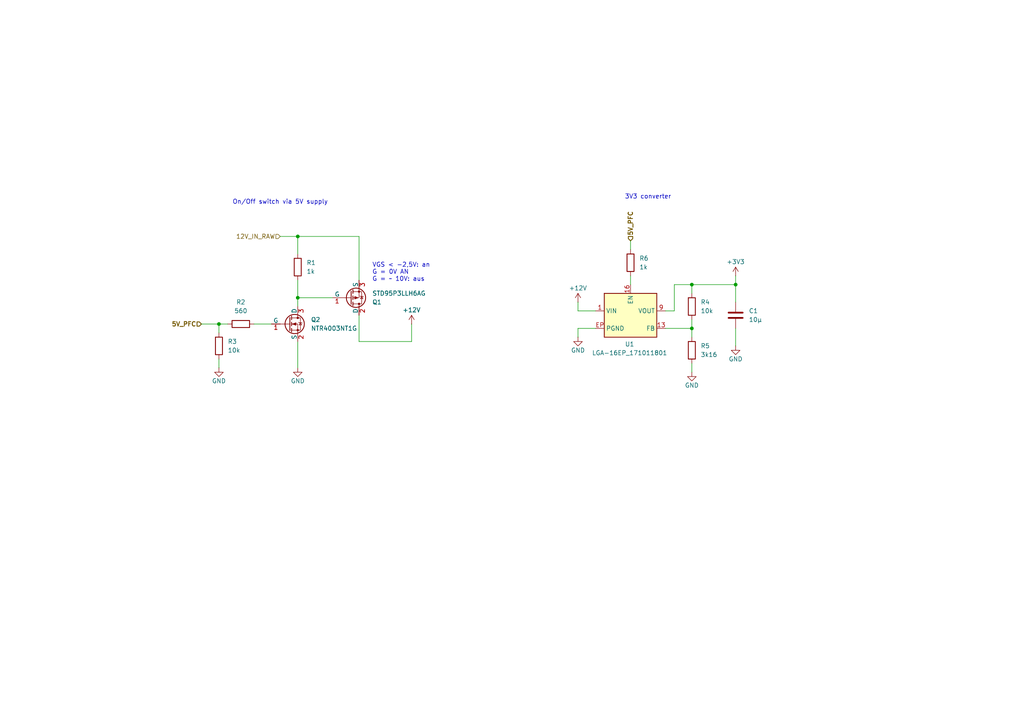
<source format=kicad_sch>
(kicad_sch (version 20250114) (generator "eeschema") (generator_version "9.0")
  (paper "A4")
  (title_block (title "Power Conversion") (date "2025-08-23") (rev "0") (company "E.R.I.G. e.V"))
  (lib_symbols
    (symbol "Device:C" (pin_numbers (hide yes)) (pin_names (offset 0.254))
      (property "Reference" "C" (at 0.635 2.54 0))
      (property "Value" "C" (at 0.635 -2.54 0))
      (symbol "C_0_1"
        (polyline (pts (xy -2.032 0.762) (xy 2.032 0.762)) (stroke (width 0.508)))
        (polyline (pts (xy -2.032 -0.762) (xy 2.032 -0.762)) (stroke (width 0.508)))
      )
      (symbol "C_1_1"
        (pin passive line (at 0 3.81 270) (length 2.794) (name "~") (number "1"))
        (pin passive line (at 0 -3.81 90) (length 2.794) (name "~") (number "2"))
      )
    )
    (symbol "Device:R" (pin_numbers (hide yes)) (pin_names (offset 0))
      (property "Reference" "R" (at 2.032 0 90))
      (property "Value" "R" (at 0 0 90))
      (symbol "R_0_1"
        (rectangle (start -1.016 -2.54) (end 1.016 2.54) (stroke (width 0.254)))
      )
      (symbol "R_1_1"
        (pin passive line (at 0 3.81 270) (length 1.27) (name "~") (number "1"))
        (pin passive line (at 0 -3.81 90) (length 1.27) (name "~") (number "2"))
      )
    )
    (symbol "MagIC_Wurth_WPME-VDLM:LGA-16EP_171011801"
      (property "Reference" "U1" (at -0.254 -7.112 0))
      (property "Value" "LGA-16EP_171011801" (at -0.254 -9.652 0))
      (symbol "LGA-16EP_171011801_1_1"
        (rectangle (start -7.62 7.62) (end 7.62 -5.08) (stroke (width 0.254)) (fill (type background)))
        (pin power_in line (at -10.16 2.54 0) (length 2.54) (name "VIN") (number "1"))
        (pin power_in line (at -10.16 2.54 0) (length 2.54) (hide yes) (name "VIN") (number "2"))
        (pin power_in line (at -10.16 2.54 0) (length 2.54) (hide yes) (name "VIN") (number "3"))
        (pin power_in line (at -10.16 2.54 0) (length 2.54) (hide yes) (name "VIN") (number "4"))
        (pin no_connect line (at -10.16 0 0) (length 2.54) (hide yes) (name "NC") (number "14"))
        (pin no_connect line (at -10.16 0 0) (length 2.54) (hide yes) (name "NC") (number "15"))
        (pin no_connect line (at -10.16 0 0) (length 2.54) (hide yes) (name "NC") (number "5"))
        (pin no_connect line (at -10.16 0 0) (length 2.54) (hide yes) (name "NC") (number "6"))
        (pin no_connect line (at -10.16 0 0) (length 2.54) (hide yes) (name "NC") (number "7"))
        (pin no_connect line (at -10.16 0 0) (length 2.54) (hide yes) (name "NC") (number "8"))
        (pin power_in line (at -10.16 -2.54 0) (length 2.54) (name "PGND") (number "EP"))
        (pin power_in line (at -10.16 -2.54 0) (length 2.54) (hide yes) (name "PGND") (number "EP"))
        (pin power_in line (at -10.16 -2.54 0) (length 2.54) (hide yes) (name "PGND") (number "EP"))
        (pin power_in line (at -10.16 -2.54 0) (length 2.54) (hide yes) (name "PGND") (number "EP"))
        (pin input line (at 0 10.16 270) (length 2.54) (name "EN") (number "16"))
        (pin power_out line (at 10.16 2.54 180) (length 2.54) (hide yes) (name "VOUT") (number "10"))
        (pin power_out line (at 10.16 2.54 180) (length 2.54) (hide yes) (name "VOUT") (number "11"))
        (pin power_out line (at 10.16 2.54 180) (length 2.54) (hide yes) (name "VOUT") (number "12"))
        (pin power_out line (at 10.16 2.54 180) (length 2.54) (name "VOUT") (number "9"))
        (pin input line (at 10.16 -2.54 180) (length 2.54) (name "FB") (number "13"))
      )
    )
    (symbol "Simulation_SPICE:NMOS" (pin_names (offset 0))
      (property "Reference" "Q2" (at 6.35 1.2701 0))
      (property "Value" "NTR4003NT1G" (at 6.35 -1.2699 0))
      (symbol "NMOS_0_1"
        (polyline (pts (xy 0.254 1.905) (xy 0.254 -1.905)) (stroke (width 0.254)))
        (polyline (pts (xy 0.254 0) (xy -2.54 0)))
        (polyline (pts (xy 0.762 2.286) (xy 0.762 1.27)) (stroke (width 0.254)))
        (polyline (pts (xy 0.762 0.508) (xy 0.762 -0.508)) (stroke (width 0.254)))
        (polyline (pts (xy 0.762 -1.27) (xy 0.762 -2.286)) (stroke (width 0.254)))
        (polyline (pts (xy 0.762 -1.778) (xy 3.302 -1.778) (xy 3.302 1.778) (xy 0.762 1.778)))
        (polyline (pts (xy 1.016 0) (xy 2.032 0.381) (xy 2.032 -0.381) (xy 1.016 0)) (fill (type outline)))
        (circle (center 1.651 0) (radius 2.794) (stroke (width 0.254)))
        (polyline (pts (xy 2.54 2.54) (xy 2.54 1.778)))
        (circle (center 2.54 1.778) (radius 0.254) (fill (type outline)))
        (circle (center 2.54 -1.778) (radius 0.254) (fill (type outline)))
        (polyline (pts (xy 2.54 -2.54) (xy 2.54 0) (xy 0.762 0)))
        (polyline (pts (xy 2.794 0.508) (xy 2.921 0.381) (xy 3.683 0.381) (xy 3.81 0.254)))
        (polyline (pts (xy 3.302 0.381) (xy 2.921 -0.254) (xy 3.683 -0.254) (xy 3.302 0.381)))
      )
      (symbol "NMOS_1_1"
        (pin input line (at -5.08 0 0) (length 2.54) (name "G") (number "1"))
        (pin passive line (at 2.54 5.08 270) (length 2.54) (name "D") (number "3"))
        (pin passive line (at 2.54 -5.08 90) (length 2.54) (name "S") (number "2"))
      )
    )
    (symbol "Simulation_SPICE:PMOS" (pin_names (offset 0))
      (property "Reference" "Q1" (at 6.35 1.2701 0))
      (property "Value" "STD95P3LLH6AG" (at 6.35 -1.2699 0))
      (symbol "PMOS_0_1"
        (polyline (pts (xy 0.254 1.905) (xy 0.254 -1.905)) (stroke (width 0.254)))
        (polyline (pts (xy 0.254 0) (xy -2.54 0)))
        (polyline (pts (xy 0.762 2.286) (xy 0.762 1.27)) (stroke (width 0.254)))
        (polyline (pts (xy 0.762 1.778) (xy 3.302 1.778) (xy 3.302 -1.778) (xy 0.762 -1.778)))
        (polyline (pts (xy 0.762 0.508) (xy 0.762 -0.508)) (stroke (width 0.254)))
        (polyline (pts (xy 0.762 -1.27) (xy 0.762 -2.286)) (stroke (width 0.254)))
        (circle (center 1.651 0) (radius 2.794) (stroke (width 0.254)))
        (polyline (pts (xy 2.286 0) (xy 1.27 0.381) (xy 1.27 -0.381) (xy 2.286 0)) (fill (type outline)))
        (polyline (pts (xy 2.54 2.54) (xy 2.54 1.778)))
        (circle (center 2.54 1.778) (radius 0.254) (fill (type outline)))
        (circle (center 2.54 -1.778) (radius 0.254) (fill (type outline)))
        (polyline (pts (xy 2.54 -2.54) (xy 2.54 0) (xy 0.762 0)))
        (polyline (pts (xy 2.794 -0.508) (xy 2.921 -0.381) (xy 3.683 -0.381) (xy 3.81 -0.254)))
        (polyline (pts (xy 3.302 -0.381) (xy 2.921 0.254) (xy 3.683 0.254) (xy 3.302 -0.381)))
      )
      (symbol "PMOS_1_1"
        (pin input line (at -5.08 0 0) (length 2.54) (name "G") (number "1"))
        (pin passive line (at 2.54 5.08 270) (length 2.54) (name "D") (number "2"))
        (pin passive line (at 2.54 -5.08 90) (length 2.54) (name "S") (number "3"))
      )
    )
    (symbol "power:+12V" (power) (pin_numbers (hide yes)) (pin_names (offset 0) (hide yes))
      (property "Value" "+12V" (at 0 3.556 0))
      (symbol "+12V_0_1"
        (polyline (pts (xy -0.762 1.27) (xy 0 2.54)))
        (polyline (pts (xy 0 2.54) (xy 0.762 1.27)))
        (polyline (pts (xy 0 0) (xy 0 2.54)))
      )
      (symbol "+12V_1_1"
        (pin power_in line (at 0 0 90) (length 0) (name "~") (number "1"))
      )
    )
    (symbol "power:+3V3" (power) (pin_numbers (hide yes)) (pin_names (offset 0) (hide yes))
      (property "Value" "+3V3" (at 0 3.556 0))
      (symbol "+3V3_0_1"
        (polyline (pts (xy -0.762 1.27) (xy 0 2.54)))
        (polyline (pts (xy 0 2.54) (xy 0.762 1.27)))
        (polyline (pts (xy 0 0) (xy 0 2.54)))
      )
      (symbol "+3V3_1_1"
        (pin power_in line (at 0 0 90) (length 0) (name "~") (number "1"))
      )
    )
    (symbol "power:GND" (power) (pin_numbers (hide yes)) (pin_names (offset 0) (hide yes))
      (property "Value" "GND" (at 0 -3.81 0))
      (symbol "GND_0_1"
        (polyline (pts (xy 0 0) (xy 0 -1.27) (xy 1.27 -1.27) (xy 0 -2.54) (xy -1.27 -1.27) (xy 0 -1.27)))
      )
      (symbol "GND_1_1"
        (pin power_in line (at 0 0 270) (length 0) (name "~") (number "1"))
      )
    )
  )
  (text "VGS < -2,5V: an\nG = 0V AN\nG = ~ 10V: aus" (at 107.95 78.994 0) (effects (font (size 1.27 1.27)) (justify left)))
  (text "On/Off switch via 5V supply" (at 81.28 58.674 0) (effects (font (size 1.27 1.27))))
  (text "3V3 converter" (at 187.96 57.15 0) (effects (font (size 1.27 1.27))))
  (junction (at 200.66 82.55))
  (junction (at 63.5 93.98))
  (junction (at 213.36 82.55))
  (junction (at 86.36 86.36))
  (junction (at 200.66 95.25))
  (junction (at 86.36 68.58))
  (wire (pts (xy 81.28 68.58) (xy 86.36 68.58)))
  (wire (pts (xy 200.66 92.71) (xy 200.66 95.25)))
  (wire (pts (xy 104.14 91.44) (xy 104.14 99.06)))
  (wire (pts (xy 86.36 86.36) (xy 86.36 88.9)))
  (wire (pts (xy 167.64 90.17) (xy 172.72 90.17)))
  (wire (pts (xy 200.66 82.55) (xy 213.36 82.55)))
  (wire (pts (xy 104.14 68.58) (xy 104.14 81.28)))
  (wire (pts (xy 193.04 90.17) (xy 195.58 90.17)))
  (wire (pts (xy 182.88 69.85) (xy 182.88 72.39)))
  (wire (pts (xy 200.66 105.41) (xy 200.66 107.95)))
  (wire (pts (xy 213.36 80.01) (xy 213.36 82.55)))
  (wire (pts (xy 73.66 93.98) (xy 78.74 93.98)))
  (wire (pts (xy 193.04 95.25) (xy 200.66 95.25)))
  (wire (pts (xy 172.72 95.25) (xy 167.64 95.25)))
  (wire (pts (xy 86.36 68.58) (xy 86.36 73.66)))
  (wire (pts (xy 86.36 68.58) (xy 104.14 68.58)))
  (wire (pts (xy 195.58 82.55) (xy 200.66 82.55)))
  (wire (pts (xy 213.36 95.25) (xy 213.36 100.33)))
  (wire (pts (xy 63.5 96.52) (xy 63.5 93.98)))
  (wire (pts (xy 213.36 82.55) (xy 213.36 87.63)))
  (wire (pts (xy 86.36 81.28) (xy 86.36 86.36)))
  (wire (pts (xy 119.38 99.06) (xy 119.38 93.98)))
  (wire (pts (xy 86.36 86.36) (xy 96.52 86.36)))
  (wire (pts (xy 167.64 95.25) (xy 167.64 97.79)))
  (wire (pts (xy 167.64 87.63) (xy 167.64 90.17)))
  (wire (pts (xy 182.88 80.01) (xy 182.88 82.55)))
  (wire (pts (xy 200.66 95.25) (xy 200.66 97.79)))
  (wire (pts (xy 63.5 93.98) (xy 66.04 93.98)))
  (wire (pts (xy 63.5 104.14) (xy 63.5 106.68)))
  (wire (pts (xy 86.36 99.06) (xy 86.36 106.68)))
  (wire (pts (xy 104.14 99.06) (xy 119.38 99.06)))
  (wire (pts (xy 200.66 82.55) (xy 200.66 85.09)))
  (wire (pts (xy 195.58 90.17) (xy 195.58 82.55)))
  (wire (pts (xy 58.42 93.98) (xy 63.5 93.98)))
  (hierarchical_label "5V_PFC" (shape input) (at 182.88 69.85 90) (effects (font (bold yes))))
  (hierarchical_label "12V_IN_RAW" (shape input) (at 81.28 68.58 180))
  (hierarchical_label "5V_PFC" (shape input) (at 58.42 93.98 180) (effects (font (bold yes))))
  (symbol (lib_id "power:+12V") (at 119.38 93.98 0) (unit 1)
    (property "Reference" "#PWR03" (effects (hide yes)))
    (property "Value" "+12V" (at 119.38 89.916 0))
    (property "Description" "Power symbol creates a global label with name \"+12V\"" (effects (hide yes)))
  )
  (symbol (lib_id "Device:C") (at 213.36 91.44 0) (unit 1)
    (property "Reference" "C1" (at 217.17 90.1699 0) (effects (justify left)))
    (property "Value" "10µ" (at 217.17 92.7099 0) (effects (justify left)))
    (property "Description" "Unpolarized capacitor" (effects (hide yes)))
  )
  (symbol (lib_id "Simulation_SPICE:NMOS") (at 83.82 93.98 0) (unit 1)
    (property "Reference" "Q2" (at 90.17 92.7099 0) (effects (justify left)))
    (property "Value" "NTR4003NT1G" (at 90.17 95.2499 0) (effects (justify left)))
    (property "Footprint" "PCM_4ms_Package_SOT:SOT-23" (effects (hide yes)))
    (property "Datasheet" "https://www.mouser.de/ProductDetail/onsemi/NTR4003NT1G?qs=CBDP9nzV7kme%2Fyh64xROOQ%3D%3D" (effects (hide yes)))
    (property "Description" "N-MOSFET transistor, drain/source/gate" (effects (hide yes)))
    (property "Sim.Device" "NMOS" (effects (hide yes)))
    (property "Sim.Type" "VDMOS" (effects (hide yes)))
    (property "Sim.Pins" "1=D 2=G 3=S" (effects (hide yes)))
  )
  (symbol (lib_id "Device:R") (at 200.66 88.9 0) (unit 1)
    (property "Reference" "R4" (at 203.2 87.6299 0) (effects (justify left)))
    (property "Value" "10k" (at 203.2 90.1699 0) (effects (justify left)))
    (property "Description" "Resistor" (effects (hide yes)))
  )
  (symbol (lib_id "Device:R") (at 86.36 77.47 0) (unit 1)
    (property "Reference" "R1" (at 88.9 76.1999 0) (effects (justify left)))
    (property "Value" "1k" (at 88.9 78.7399 0) (effects (justify left)))
    (property "Description" "Resistor" (effects (hide yes)))
  )
  (symbol (lib_id "Device:R") (at 182.88 76.2 0) (unit 1)
    (property "Reference" "R6" (at 185.42 74.9299 0) (effects (justify left)))
    (property "Value" "1k" (at 185.42 77.4699 0) (effects (justify left)))
    (property "Description" "Resistor" (effects (hide yes)))
  )
  (symbol (lib_id "power:+12V") (at 167.64 87.63 0) (unit 1)
    (property "Reference" "#PWR06" (effects (hide yes)))
    (property "Value" "+12V" (at 167.64 83.566 0))
    (property "Description" "Power symbol creates a global label with name \"+12V\"" (effects (hide yes)))
  )
  (symbol (lib_id "MagIC_Wurth_WPME-VDLM:LGA-16EP_171011801") (at 182.88 92.71 0) (unit 1)
    (property "Reference" "U1" (at 182.626 99.822 0))
    (property "Value" "LGA-16EP_171011801" (at 182.626 102.362 0))
    (property "Footprint" "MagIC_SMD_Wurth:U_Wurth_WPME-VDLM-LGA-16EP" (effects (hide yes)))
    (property "Datasheet" "https://www.we-online.com/components/products/datasheet/171011801.pdf" (effects (hide yes)))
    (property "Description" "offers high efficiency and delivers up to 1A of output current,operates from 4V input voltage up to 18V" (effects (hide yes)))
    (property "Vin (V)" "4 - 18" (effects (hide yes)))
    (property "Vout (V)" "0.8 - 17" (effects (hide yes)))
    (property "Iout (A)" "1" (effects (hide yes)))
  )
  (symbol (lib_id "power:GND") (at 200.66 107.95 0) (unit 1)
    (property "Reference" "#PWR08" (effects (hide yes)))
    (property "Value" "GND" (at 200.66 111.76 0))
    (property "Description" "Power symbol creates a global label with name \"GND\" , ground" (effects (hide yes)))
  )
  (symbol (lib_id "Device:R") (at 200.66 101.6 0) (unit 1)
    (property "Reference" "R5" (at 203.2 100.3299 0) (effects (justify left)))
    (property "Value" "3k16" (at 203.2 102.8699 0) (effects (justify left)))
    (property "Description" "Resistor" (effects (hide yes)))
  )
  (symbol (lib_id "Device:R") (at 63.5 100.33 180) (unit 1)
    (property "Reference" "R3" (at 66.04 99.0599 0) (effects (justify right)))
    (property "Value" "10k" (at 66.04 101.5999 0) (effects (justify right)))
    (property "Description" "Resistor" (effects (hide yes)))
  )
  (symbol (lib_id "Simulation_SPICE:PMOS") (at 101.6 86.36 0) (mirror x) (unit 1)
    (property "Reference" "Q1" (at 107.95 87.6301 0) (effects (justify left)))
    (property "Value" "STD95P3LLH6AG" (at 107.95 85.0901 0) (effects (justify left)))
    (property "Footprint" "Package_TO_SOT_SMD:TO-252-2" (effects (hide yes)))
    (property "Datasheet" "https://www.mouser.de/ProductDetail/STMicroelectronics/STD95P3LLH6AG?qs=VBQ3p0kw5tj5mKbNvEl9mQ%3D%3D" (effects (hide yes)))
    (property "Description" "P-MOSFET transistor, drain/source/gate" (effects (hide yes)))
    (property "Sim.Device" "PMOS" (effects (hide yes)))
    (property "Sim.Type" "VDMOS" (effects (hide yes)))
    (property "Sim.Pins" "1=D 2=G 3=S" (effects (hide yes)))
  )
  (symbol (lib_id "power:GND") (at 86.36 106.68 0) (unit 1)
    (property "Reference" "#PWR04" (effects (hide yes)))
    (property "Value" "GND" (at 86.36 110.49 0))
    (property "Description" "Power symbol creates a global label with name \"GND\" , ground" (effects (hide yes)))
  )
  (symbol (lib_id "power:GND") (at 167.64 97.79 0) (unit 1)
    (property "Reference" "#PWR07" (effects (hide yes)))
    (property "Value" "GND" (at 167.64 101.6 0))
    (property "Description" "Power symbol creates a global label with name \"GND\" , ground" (effects (hide yes)))
  )
  (symbol (lib_id "Device:R") (at 69.85 93.98 90) (unit 1)
    (property "Reference" "R2" (at 69.85 87.63 90))
    (property "Value" "560" (at 69.85 90.17 90))
    (property "Description" "Resistor" (effects (hide yes)))
  )
  (symbol (lib_id "power:GND") (at 63.5 106.68 0) (unit 1)
    (property "Reference" "#PWR05" (effects (hide yes)))
    (property "Value" "GND" (at 63.5 110.49 0))
    (property "Description" "Power symbol creates a global label with name \"GND\" , ground" (effects (hide yes)))
  )
  (symbol (lib_id "power:GND") (at 213.36 100.33 0) (unit 1)
    (property "Reference" "#PWR09" (effects (hide yes)))
    (property "Value" "GND" (at 213.36 104.14 0))
    (property "Description" "Power symbol creates a global label with name \"GND\" , ground" (effects (hide yes)))
  )
  (symbol (lib_id "power:+3V3") (at 213.36 80.01 0) (unit 1)
    (property "Reference" "#PWR010" (effects (hide yes)))
    (property "Value" "+3V3" (at 213.36 75.946 0))
    (property "Description" "Power symbol creates a global label with name \"+3V3\"" (effects (hide yes)))
  )
)
</source>
